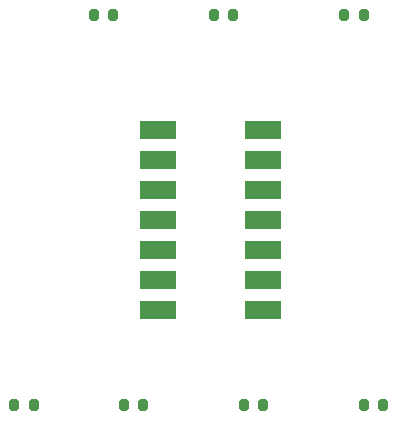
<source format=gbr>
%TF.GenerationSoftware,KiCad,Pcbnew,7.0.7*%
%TF.CreationDate,2023-08-26T22:59:01-07:00*%
%TF.ProjectId,CascadeOpAmp,43617363-6164-4654-9f70-416d702e6b69,rev?*%
%TF.SameCoordinates,Original*%
%TF.FileFunction,Paste,Top*%
%TF.FilePolarity,Positive*%
%FSLAX46Y46*%
G04 Gerber Fmt 4.6, Leading zero omitted, Abs format (unit mm)*
G04 Created by KiCad (PCBNEW 7.0.7) date 2023-08-26 22:59:01*
%MOMM*%
%LPD*%
G01*
G04 APERTURE LIST*
G04 Aperture macros list*
%AMRoundRect*
0 Rectangle with rounded corners*
0 $1 Rounding radius*
0 $2 $3 $4 $5 $6 $7 $8 $9 X,Y pos of 4 corners*
0 Add a 4 corners polygon primitive as box body*
4,1,4,$2,$3,$4,$5,$6,$7,$8,$9,$2,$3,0*
0 Add four circle primitives for the rounded corners*
1,1,$1+$1,$2,$3*
1,1,$1+$1,$4,$5*
1,1,$1+$1,$6,$7*
1,1,$1+$1,$8,$9*
0 Add four rect primitives between the rounded corners*
20,1,$1+$1,$2,$3,$4,$5,0*
20,1,$1+$1,$4,$5,$6,$7,0*
20,1,$1+$1,$6,$7,$8,$9,0*
20,1,$1+$1,$8,$9,$2,$3,0*%
G04 Aperture macros list end*
%ADD10R,3.100000X1.600000*%
%ADD11RoundRect,0.200000X-0.200000X-0.275000X0.200000X-0.275000X0.200000X0.275000X-0.200000X0.275000X0*%
G04 APERTURE END LIST*
D10*
%TO.C,U1*%
X129895000Y-85940000D03*
X129895000Y-88480000D03*
X129895000Y-91020000D03*
X129895000Y-93560000D03*
X129895000Y-96100000D03*
X129895000Y-98640000D03*
X129895000Y-101180000D03*
X138785000Y-101180000D03*
X138785000Y-98640000D03*
X138785000Y-96100000D03*
X138785000Y-93560000D03*
X138785000Y-91020000D03*
X138785000Y-88480000D03*
X138785000Y-85940000D03*
%TD*%
D11*
%TO.C,R7*%
X147320000Y-109220000D03*
X148970000Y-109220000D03*
%TD*%
%TO.C,R6*%
X137160000Y-109220000D03*
X138810000Y-109220000D03*
%TD*%
%TO.C,R5*%
X127000000Y-109220000D03*
X128650000Y-109220000D03*
%TD*%
%TO.C,R4*%
X117730000Y-109220000D03*
X119380000Y-109220000D03*
%TD*%
%TO.C,R3*%
X145670000Y-76200000D03*
X147320000Y-76200000D03*
%TD*%
%TO.C,R2*%
X134620000Y-76200000D03*
X136270000Y-76200000D03*
%TD*%
%TO.C,R1*%
X124460000Y-76200000D03*
X126110000Y-76200000D03*
%TD*%
M02*

</source>
